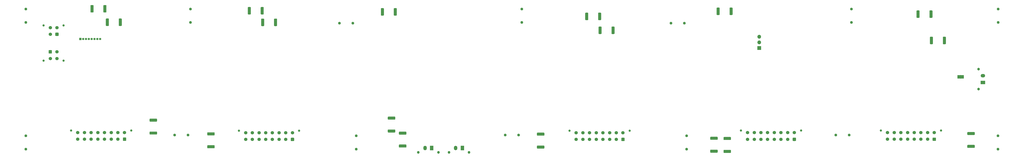
<source format=gbr>
%TF.GenerationSoftware,KiCad,Pcbnew,5.1.9*%
%TF.CreationDate,2021-03-05T10:38:49+01:00*%
%TF.ProjectId,CellsBoard,43656c6c-7342-46f6-9172-642e6b696361,rev?*%
%TF.SameCoordinates,Original*%
%TF.FileFunction,Soldermask,Bot*%
%TF.FilePolarity,Negative*%
%FSLAX46Y46*%
G04 Gerber Fmt 4.6, Leading zero omitted, Abs format (unit mm)*
G04 Created by KiCad (PCBNEW 5.1.9) date 2021-03-05 10:38:49*
%MOMM*%
%LPD*%
G01*
G04 APERTURE LIST*
%ADD10O,1.700000X1.700000*%
%ADD11R,1.700000X1.700000*%
%ADD12C,1.250000*%
%ADD13O,1.500000X2.000000*%
%ADD14R,1.500000X2.000000*%
%ADD15C,1.200000*%
%ADD16O,1.000000X1.000000*%
%ADD17R,1.000000X1.000000*%
%ADD18O,2.000000X1.500000*%
%ADD19R,2.000000X1.500000*%
%ADD20C,1.500000*%
%ADD21C,1.000000*%
%ADD22R,2.850000X1.650000*%
%ADD23C,1.650000*%
G04 APERTURE END LIST*
D10*
X403021800Y-121945400D03*
X403021800Y-124485400D03*
D11*
X403021800Y-127025400D03*
D12*
X443400000Y-166150000D03*
X437400000Y-166150000D03*
X363400000Y-115850000D03*
X369400000Y-115850000D03*
X295000000Y-166150000D03*
X289000000Y-166150000D03*
X214600000Y-115850000D03*
X220600000Y-115850000D03*
X510250000Y-166500000D03*
X510250000Y-172500000D03*
X370450000Y-172500000D03*
X370450000Y-166500000D03*
X222150000Y-166500000D03*
X222150000Y-172500000D03*
X510350000Y-115500000D03*
X510350000Y-109500000D03*
X444450000Y-109500000D03*
X444450000Y-115500000D03*
X296450000Y-115500000D03*
X296450000Y-109500000D03*
X147650000Y-109500000D03*
X147650000Y-115500000D03*
X73750000Y-115500000D03*
X73750000Y-109500000D03*
X146600000Y-166150000D03*
X140600000Y-166150000D03*
X73750000Y-166500000D03*
X73750000Y-172500000D03*
D13*
X253000000Y-172000000D03*
D14*
X256000000Y-172000000D03*
D15*
X250000000Y-173960000D03*
X259000000Y-173960000D03*
D13*
X266750000Y-172000000D03*
D14*
X269750000Y-172000000D03*
D15*
X263750000Y-173960000D03*
X272750000Y-173960000D03*
G36*
G01*
X481025000Y-122214999D02*
X481025000Y-125065001D01*
G75*
G02*
X480775001Y-125315000I-249999J0D01*
G01*
X479924999Y-125315000D01*
G75*
G02*
X479675000Y-125065001I0J249999D01*
G01*
X479675000Y-122214999D01*
G75*
G02*
X479924999Y-121965000I249999J0D01*
G01*
X480775001Y-121965000D01*
G75*
G02*
X481025000Y-122214999I0J-249999D01*
G01*
G37*
G36*
G01*
X486825000Y-122214999D02*
X486825000Y-125065001D01*
G75*
G02*
X486575001Y-125315000I-249999J0D01*
G01*
X485724999Y-125315000D01*
G75*
G02*
X485475000Y-125065001I0J249999D01*
G01*
X485475000Y-122214999D01*
G75*
G02*
X485724999Y-121965000I249999J0D01*
G01*
X486575001Y-121965000D01*
G75*
G02*
X486825000Y-122214999I0J-249999D01*
G01*
G37*
G36*
G01*
X479475000Y-113227001D02*
X479475000Y-110376999D01*
G75*
G02*
X479724999Y-110127000I249999J0D01*
G01*
X480575001Y-110127000D01*
G75*
G02*
X480825000Y-110376999I0J-249999D01*
G01*
X480825000Y-113227001D01*
G75*
G02*
X480575001Y-113477000I-249999J0D01*
G01*
X479724999Y-113477000D01*
G75*
G02*
X479475000Y-113227001I0J249999D01*
G01*
G37*
G36*
G01*
X473675000Y-113227001D02*
X473675000Y-110376999D01*
G75*
G02*
X473924999Y-110127000I249999J0D01*
G01*
X474775001Y-110127000D01*
G75*
G02*
X475025000Y-110376999I0J-249999D01*
G01*
X475025000Y-113227001D01*
G75*
G02*
X474775001Y-113477000I-249999J0D01*
G01*
X473924999Y-113477000D01*
G75*
G02*
X473675000Y-113227001I0J249999D01*
G01*
G37*
G36*
G01*
X389725000Y-111957001D02*
X389725000Y-109106999D01*
G75*
G02*
X389974999Y-108857000I249999J0D01*
G01*
X390825001Y-108857000D01*
G75*
G02*
X391075000Y-109106999I0J-249999D01*
G01*
X391075000Y-111957001D01*
G75*
G02*
X390825001Y-112207000I-249999J0D01*
G01*
X389974999Y-112207000D01*
G75*
G02*
X389725000Y-111957001I0J249999D01*
G01*
G37*
G36*
G01*
X383925000Y-111957001D02*
X383925000Y-109106999D01*
G75*
G02*
X384174999Y-108857000I249999J0D01*
G01*
X385025001Y-108857000D01*
G75*
G02*
X385275000Y-109106999I0J-249999D01*
G01*
X385275000Y-111957001D01*
G75*
G02*
X385025001Y-112207000I-249999J0D01*
G01*
X384174999Y-112207000D01*
G75*
G02*
X383925000Y-111957001I0J249999D01*
G01*
G37*
G36*
G01*
X390112601Y-168391400D02*
X387262599Y-168391400D01*
G75*
G02*
X387012600Y-168141401I0J249999D01*
G01*
X387012600Y-167291399D01*
G75*
G02*
X387262599Y-167041400I249999J0D01*
G01*
X390112601Y-167041400D01*
G75*
G02*
X390362600Y-167291399I0J-249999D01*
G01*
X390362600Y-168141401D01*
G75*
G02*
X390112601Y-168391400I-249999J0D01*
G01*
G37*
G36*
G01*
X390112601Y-174191400D02*
X387262599Y-174191400D01*
G75*
G02*
X387012600Y-173941401I0J249999D01*
G01*
X387012600Y-173091399D01*
G75*
G02*
X387262599Y-172841400I249999J0D01*
G01*
X390112601Y-172841400D01*
G75*
G02*
X390362600Y-173091399I0J-249999D01*
G01*
X390362600Y-173941401D01*
G75*
G02*
X390112601Y-174191400I-249999J0D01*
G01*
G37*
G36*
G01*
X384145401Y-168293400D02*
X381295399Y-168293400D01*
G75*
G02*
X381045400Y-168043401I0J249999D01*
G01*
X381045400Y-167193399D01*
G75*
G02*
X381295399Y-166943400I249999J0D01*
G01*
X384145401Y-166943400D01*
G75*
G02*
X384395400Y-167193399I0J-249999D01*
G01*
X384395400Y-168043401D01*
G75*
G02*
X384145401Y-168293400I-249999J0D01*
G01*
G37*
G36*
G01*
X384145401Y-174093400D02*
X381295399Y-174093400D01*
G75*
G02*
X381045400Y-173843401I0J249999D01*
G01*
X381045400Y-172993399D01*
G75*
G02*
X381295399Y-172743400I249999J0D01*
G01*
X384145401Y-172743400D01*
G75*
G02*
X384395400Y-172993399I0J-249999D01*
G01*
X384395400Y-173843401D01*
G75*
G02*
X384145401Y-174093400I-249999J0D01*
G01*
G37*
G36*
G01*
X306332501Y-166445000D02*
X303482499Y-166445000D01*
G75*
G02*
X303232500Y-166195001I0J249999D01*
G01*
X303232500Y-165344999D01*
G75*
G02*
X303482499Y-165095000I249999J0D01*
G01*
X306332501Y-165095000D01*
G75*
G02*
X306582500Y-165344999I0J-249999D01*
G01*
X306582500Y-166195001D01*
G75*
G02*
X306332501Y-166445000I-249999J0D01*
G01*
G37*
G36*
G01*
X306332501Y-172245000D02*
X303482499Y-172245000D01*
G75*
G02*
X303232500Y-171995001I0J249999D01*
G01*
X303232500Y-171144999D01*
G75*
G02*
X303482499Y-170895000I249999J0D01*
G01*
X306332501Y-170895000D01*
G75*
G02*
X306582500Y-171144999I0J-249999D01*
G01*
X306582500Y-171995001D01*
G75*
G02*
X306332501Y-172245000I-249999J0D01*
G01*
G37*
G36*
G01*
X330721000Y-114243001D02*
X330721000Y-111392999D01*
G75*
G02*
X330970999Y-111143000I249999J0D01*
G01*
X331821001Y-111143000D01*
G75*
G02*
X332071000Y-111392999I0J-249999D01*
G01*
X332071000Y-114243001D01*
G75*
G02*
X331821001Y-114493000I-249999J0D01*
G01*
X330970999Y-114493000D01*
G75*
G02*
X330721000Y-114243001I0J249999D01*
G01*
G37*
G36*
G01*
X324921000Y-114243001D02*
X324921000Y-111392999D01*
G75*
G02*
X325170999Y-111143000I249999J0D01*
G01*
X326021001Y-111143000D01*
G75*
G02*
X326271000Y-111392999I0J-249999D01*
G01*
X326271000Y-114243001D01*
G75*
G02*
X326021001Y-114493000I-249999J0D01*
G01*
X325170999Y-114493000D01*
G75*
G02*
X324921000Y-114243001I0J249999D01*
G01*
G37*
G36*
G01*
X238975000Y-112211001D02*
X238975000Y-109360999D01*
G75*
G02*
X239224999Y-109111000I249999J0D01*
G01*
X240075001Y-109111000D01*
G75*
G02*
X240325000Y-109360999I0J-249999D01*
G01*
X240325000Y-112211001D01*
G75*
G02*
X240075001Y-112461000I-249999J0D01*
G01*
X239224999Y-112461000D01*
G75*
G02*
X238975000Y-112211001I0J249999D01*
G01*
G37*
G36*
G01*
X233175000Y-112211001D02*
X233175000Y-109360999D01*
G75*
G02*
X233424999Y-109111000I249999J0D01*
G01*
X234275001Y-109111000D01*
G75*
G02*
X234525000Y-109360999I0J-249999D01*
G01*
X234525000Y-112211001D01*
G75*
G02*
X234275001Y-112461000I-249999J0D01*
G01*
X233424999Y-112461000D01*
G75*
G02*
X233175000Y-112211001I0J249999D01*
G01*
G37*
G36*
G01*
X236534999Y-163677000D02*
X239385001Y-163677000D01*
G75*
G02*
X239635000Y-163926999I0J-249999D01*
G01*
X239635000Y-164777001D01*
G75*
G02*
X239385001Y-165027000I-249999J0D01*
G01*
X236534999Y-165027000D01*
G75*
G02*
X236285000Y-164777001I0J249999D01*
G01*
X236285000Y-163926999D01*
G75*
G02*
X236534999Y-163677000I249999J0D01*
G01*
G37*
G36*
G01*
X236534999Y-157877000D02*
X239385001Y-157877000D01*
G75*
G02*
X239635000Y-158126999I0J-249999D01*
G01*
X239635000Y-158977001D01*
G75*
G02*
X239385001Y-159227000I-249999J0D01*
G01*
X236534999Y-159227000D01*
G75*
G02*
X236285000Y-158977001I0J249999D01*
G01*
X236285000Y-158126999D01*
G75*
G02*
X236534999Y-157877000I249999J0D01*
G01*
G37*
G36*
G01*
X244385001Y-165977000D02*
X241534999Y-165977000D01*
G75*
G02*
X241285000Y-165727001I0J249999D01*
G01*
X241285000Y-164876999D01*
G75*
G02*
X241534999Y-164627000I249999J0D01*
G01*
X244385001Y-164627000D01*
G75*
G02*
X244635000Y-164876999I0J-249999D01*
G01*
X244635000Y-165727001D01*
G75*
G02*
X244385001Y-165977000I-249999J0D01*
G01*
G37*
G36*
G01*
X244385001Y-171777000D02*
X241534999Y-171777000D01*
G75*
G02*
X241285000Y-171527001I0J249999D01*
G01*
X241285000Y-170676999D01*
G75*
G02*
X241534999Y-170427000I249999J0D01*
G01*
X244385001Y-170427000D01*
G75*
G02*
X244635000Y-170676999I0J-249999D01*
G01*
X244635000Y-171527001D01*
G75*
G02*
X244385001Y-171777000I-249999J0D01*
G01*
G37*
G36*
G01*
X158314001Y-166295000D02*
X155463999Y-166295000D01*
G75*
G02*
X155214000Y-166045001I0J249999D01*
G01*
X155214000Y-165194999D01*
G75*
G02*
X155463999Y-164945000I249999J0D01*
G01*
X158314001Y-164945000D01*
G75*
G02*
X158564000Y-165194999I0J-249999D01*
G01*
X158564000Y-166045001D01*
G75*
G02*
X158314001Y-166295000I-249999J0D01*
G01*
G37*
G36*
G01*
X158314001Y-172095000D02*
X155463999Y-172095000D01*
G75*
G02*
X155214000Y-171845001I0J249999D01*
G01*
X155214000Y-170994999D01*
G75*
G02*
X155463999Y-170745000I249999J0D01*
G01*
X158314001Y-170745000D01*
G75*
G02*
X158564000Y-170994999I0J-249999D01*
G01*
X158564000Y-171845001D01*
G75*
G02*
X158314001Y-172095000I-249999J0D01*
G01*
G37*
G36*
G01*
X180775000Y-114074999D02*
X180775000Y-116925001D01*
G75*
G02*
X180525001Y-117175000I-249999J0D01*
G01*
X179674999Y-117175000D01*
G75*
G02*
X179425000Y-116925001I0J249999D01*
G01*
X179425000Y-114074999D01*
G75*
G02*
X179674999Y-113825000I249999J0D01*
G01*
X180525001Y-113825000D01*
G75*
G02*
X180775000Y-114074999I0J-249999D01*
G01*
G37*
G36*
G01*
X186575000Y-114074999D02*
X186575000Y-116925001D01*
G75*
G02*
X186325001Y-117175000I-249999J0D01*
G01*
X185474999Y-117175000D01*
G75*
G02*
X185225000Y-116925001I0J249999D01*
G01*
X185225000Y-114074999D01*
G75*
G02*
X185474999Y-113825000I249999J0D01*
G01*
X186325001Y-113825000D01*
G75*
G02*
X186575000Y-114074999I0J-249999D01*
G01*
G37*
G36*
G01*
X179225000Y-111699001D02*
X179225000Y-108848999D01*
G75*
G02*
X179474999Y-108599000I249999J0D01*
G01*
X180325001Y-108599000D01*
G75*
G02*
X180575000Y-108848999I0J-249999D01*
G01*
X180575000Y-111699001D01*
G75*
G02*
X180325001Y-111949000I-249999J0D01*
G01*
X179474999Y-111949000D01*
G75*
G02*
X179225000Y-111699001I0J249999D01*
G01*
G37*
G36*
G01*
X173425000Y-111699001D02*
X173425000Y-108848999D01*
G75*
G02*
X173674999Y-108599000I249999J0D01*
G01*
X174525001Y-108599000D01*
G75*
G02*
X174775000Y-108848999I0J-249999D01*
G01*
X174775000Y-111699001D01*
G75*
G02*
X174525001Y-111949000I-249999J0D01*
G01*
X173674999Y-111949000D01*
G75*
G02*
X173425000Y-111699001I0J249999D01*
G01*
G37*
G36*
G01*
X108610000Y-110814001D02*
X108610000Y-107963999D01*
G75*
G02*
X108859999Y-107714000I249999J0D01*
G01*
X109710001Y-107714000D01*
G75*
G02*
X109960000Y-107963999I0J-249999D01*
G01*
X109960000Y-110814001D01*
G75*
G02*
X109710001Y-111064000I-249999J0D01*
G01*
X108859999Y-111064000D01*
G75*
G02*
X108610000Y-110814001I0J249999D01*
G01*
G37*
G36*
G01*
X102810000Y-110814001D02*
X102810000Y-107963999D01*
G75*
G02*
X103059999Y-107714000I249999J0D01*
G01*
X103910001Y-107714000D01*
G75*
G02*
X104160000Y-107963999I0J-249999D01*
G01*
X104160000Y-110814001D01*
G75*
G02*
X103910001Y-111064000I-249999J0D01*
G01*
X103059999Y-111064000D01*
G75*
G02*
X102810000Y-110814001I0J249999D01*
G01*
G37*
G36*
G01*
X111049000Y-114016999D02*
X111049000Y-116867001D01*
G75*
G02*
X110799001Y-117117000I-249999J0D01*
G01*
X109948999Y-117117000D01*
G75*
G02*
X109699000Y-116867001I0J249999D01*
G01*
X109699000Y-114016999D01*
G75*
G02*
X109948999Y-113767000I249999J0D01*
G01*
X110799001Y-113767000D01*
G75*
G02*
X111049000Y-114016999I0J-249999D01*
G01*
G37*
G36*
G01*
X116849000Y-114016999D02*
X116849000Y-116867001D01*
G75*
G02*
X116599001Y-117117000I-249999J0D01*
G01*
X115748999Y-117117000D01*
G75*
G02*
X115499000Y-116867001I0J249999D01*
G01*
X115499000Y-114016999D01*
G75*
G02*
X115748999Y-113767000I249999J0D01*
G01*
X116599001Y-113767000D01*
G75*
G02*
X116849000Y-114016999I0J-249999D01*
G01*
G37*
G36*
G01*
X129577999Y-164591000D02*
X132428001Y-164591000D01*
G75*
G02*
X132678000Y-164840999I0J-249999D01*
G01*
X132678000Y-165691001D01*
G75*
G02*
X132428001Y-165941000I-249999J0D01*
G01*
X129577999Y-165941000D01*
G75*
G02*
X129328000Y-165691001I0J249999D01*
G01*
X129328000Y-164840999D01*
G75*
G02*
X129577999Y-164591000I249999J0D01*
G01*
G37*
G36*
G01*
X129577999Y-158791000D02*
X132428001Y-158791000D01*
G75*
G02*
X132678000Y-159040999I0J-249999D01*
G01*
X132678000Y-159891001D01*
G75*
G02*
X132428001Y-160141000I-249999J0D01*
G01*
X129577999Y-160141000D01*
G75*
G02*
X129328000Y-159891001I0J249999D01*
G01*
X129328000Y-159040999D01*
G75*
G02*
X129577999Y-158791000I249999J0D01*
G01*
G37*
D16*
X107140000Y-123000000D03*
X105870000Y-123000000D03*
X104600000Y-123000000D03*
X103330000Y-123000000D03*
X102060000Y-123000000D03*
X100790000Y-123000000D03*
X99520000Y-123000000D03*
D17*
X98250000Y-123000000D03*
G36*
G01*
X332271000Y-117642999D02*
X332271000Y-120493001D01*
G75*
G02*
X332021001Y-120743000I-249999J0D01*
G01*
X331170999Y-120743000D01*
G75*
G02*
X330921000Y-120493001I0J249999D01*
G01*
X330921000Y-117642999D01*
G75*
G02*
X331170999Y-117393000I249999J0D01*
G01*
X332021001Y-117393000D01*
G75*
G02*
X332271000Y-117642999I0J-249999D01*
G01*
G37*
G36*
G01*
X338071000Y-117642999D02*
X338071000Y-120493001D01*
G75*
G02*
X337821001Y-120743000I-249999J0D01*
G01*
X336970999Y-120743000D01*
G75*
G02*
X336721000Y-120493001I0J249999D01*
G01*
X336721000Y-117642999D01*
G75*
G02*
X336970999Y-117393000I249999J0D01*
G01*
X337821001Y-117393000D01*
G75*
G02*
X338071000Y-117642999I0J-249999D01*
G01*
G37*
G36*
G01*
X499563001Y-166146000D02*
X496712999Y-166146000D01*
G75*
G02*
X496463000Y-165896001I0J249999D01*
G01*
X496463000Y-165045999D01*
G75*
G02*
X496712999Y-164796000I249999J0D01*
G01*
X499563001Y-164796000D01*
G75*
G02*
X499813000Y-165045999I0J-249999D01*
G01*
X499813000Y-165896001D01*
G75*
G02*
X499563001Y-166146000I-249999J0D01*
G01*
G37*
G36*
G01*
X499563001Y-171946000D02*
X496712999Y-171946000D01*
G75*
G02*
X496463000Y-171696001I0J249999D01*
G01*
X496463000Y-170845999D01*
G75*
G02*
X496712999Y-170596000I249999J0D01*
G01*
X499563001Y-170596000D01*
G75*
G02*
X499813000Y-170845999I0J-249999D01*
G01*
X499813000Y-171696001D01*
G75*
G02*
X499563001Y-171946000I-249999J0D01*
G01*
G37*
D18*
X503500000Y-139500000D03*
D19*
X503500000Y-142500000D03*
D15*
X501540000Y-136500000D03*
X501540000Y-145500000D03*
D20*
X87750000Y-131750000D03*
X84750000Y-131750000D03*
X87750000Y-128750000D03*
G36*
G01*
X84000000Y-129250000D02*
X84000000Y-128250000D01*
G75*
G02*
X84250000Y-128000000I250000J0D01*
G01*
X85250000Y-128000000D01*
G75*
G02*
X85500000Y-128250000I0J-250000D01*
G01*
X85500000Y-129250000D01*
G75*
G02*
X85250000Y-129500000I-250000J0D01*
G01*
X84250000Y-129500000D01*
G75*
G02*
X84000000Y-129250000I0J250000D01*
G01*
G37*
D21*
X90750000Y-132690000D03*
X81750000Y-132690000D03*
D20*
X84750000Y-117853000D03*
X87750000Y-117853000D03*
X84750000Y-120853000D03*
G36*
G01*
X88500000Y-120353000D02*
X88500000Y-121353000D01*
G75*
G02*
X88250000Y-121603000I-250000J0D01*
G01*
X87250000Y-121603000D01*
G75*
G02*
X87000000Y-121353000I0J250000D01*
G01*
X87000000Y-120353000D01*
G75*
G02*
X87250000Y-120103000I250000J0D01*
G01*
X88250000Y-120103000D01*
G75*
G02*
X88500000Y-120353000I0J-250000D01*
G01*
G37*
D21*
X81750000Y-116913000D03*
X90750000Y-116913000D03*
D22*
X493500000Y-140000000D03*
D23*
X493500000Y-140000000D03*
D20*
X397807800Y-165075400D03*
X400807800Y-165075400D03*
X403807800Y-165075400D03*
X406807800Y-165075400D03*
X409807800Y-165075400D03*
X412807800Y-165075400D03*
X415807800Y-165075400D03*
X418807800Y-165075400D03*
X397807800Y-168075400D03*
X400807800Y-168075400D03*
X403807800Y-168075400D03*
X406807800Y-168075400D03*
X409807800Y-168075400D03*
X412807800Y-168075400D03*
X415807800Y-168075400D03*
G36*
G01*
X419557800Y-167575400D02*
X419557800Y-168575400D01*
G75*
G02*
X419307800Y-168825400I-250000J0D01*
G01*
X418307800Y-168825400D01*
G75*
G02*
X418057800Y-168575400I0J250000D01*
G01*
X418057800Y-167575400D01*
G75*
G02*
X418307800Y-167325400I250000J0D01*
G01*
X419307800Y-167325400D01*
G75*
G02*
X419557800Y-167575400I0J-250000D01*
G01*
G37*
D21*
X394807800Y-164135400D03*
X421807800Y-164135400D03*
X196476000Y-164189000D03*
X169476000Y-164189000D03*
G36*
G01*
X194226000Y-167629000D02*
X194226000Y-168629000D01*
G75*
G02*
X193976000Y-168879000I-250000J0D01*
G01*
X192976000Y-168879000D01*
G75*
G02*
X192726000Y-168629000I0J250000D01*
G01*
X192726000Y-167629000D01*
G75*
G02*
X192976000Y-167379000I250000J0D01*
G01*
X193976000Y-167379000D01*
G75*
G02*
X194226000Y-167629000I0J-250000D01*
G01*
G37*
D20*
X190476000Y-168129000D03*
X187476000Y-168129000D03*
X184476000Y-168129000D03*
X181476000Y-168129000D03*
X178476000Y-168129000D03*
X175476000Y-168129000D03*
X172476000Y-168129000D03*
X193476000Y-165129000D03*
X190476000Y-165129000D03*
X187476000Y-165129000D03*
X184476000Y-165129000D03*
X181476000Y-165129000D03*
X178476000Y-165129000D03*
X175476000Y-165129000D03*
X172476000Y-165129000D03*
X97100000Y-165040999D03*
X100100000Y-165040999D03*
X103100000Y-165040999D03*
X106100000Y-165040999D03*
X109100000Y-165040999D03*
X112100000Y-165040999D03*
X115100000Y-165040999D03*
X118100000Y-165040999D03*
X97100000Y-168040999D03*
X100100000Y-168040999D03*
X103100000Y-168040999D03*
X106100000Y-168040999D03*
X109100000Y-168040999D03*
X112100000Y-168040999D03*
X115100000Y-168040999D03*
G36*
G01*
X118850000Y-167540999D02*
X118850000Y-168540999D01*
G75*
G02*
X118600000Y-168790999I-250000J0D01*
G01*
X117600000Y-168790999D01*
G75*
G02*
X117350000Y-168540999I0J250000D01*
G01*
X117350000Y-167540999D01*
G75*
G02*
X117600000Y-167290999I250000J0D01*
G01*
X118600000Y-167290999D01*
G75*
G02*
X118850000Y-167540999I0J-250000D01*
G01*
G37*
D21*
X94100000Y-164100999D03*
X121100000Y-164100999D03*
X484639000Y-164110000D03*
X457639000Y-164110000D03*
G36*
G01*
X482389000Y-167550000D02*
X482389000Y-168550000D01*
G75*
G02*
X482139000Y-168800000I-250000J0D01*
G01*
X481139000Y-168800000D01*
G75*
G02*
X480889000Y-168550000I0J250000D01*
G01*
X480889000Y-167550000D01*
G75*
G02*
X481139000Y-167300000I250000J0D01*
G01*
X482139000Y-167300000D01*
G75*
G02*
X482389000Y-167550000I0J-250000D01*
G01*
G37*
D20*
X478639000Y-168050000D03*
X475639000Y-168050000D03*
X472639000Y-168050000D03*
X469639000Y-168050000D03*
X466639000Y-168050000D03*
X463639000Y-168050000D03*
X460639000Y-168050000D03*
X481639000Y-165050000D03*
X478639000Y-165050000D03*
X475639000Y-165050000D03*
X472639000Y-165050000D03*
X469639000Y-165050000D03*
X466639000Y-165050000D03*
X463639000Y-165050000D03*
X460639000Y-165050000D03*
D21*
X344874000Y-164189000D03*
X317874000Y-164189000D03*
G36*
G01*
X342624000Y-167629000D02*
X342624000Y-168629000D01*
G75*
G02*
X342374000Y-168879000I-250000J0D01*
G01*
X341374000Y-168879000D01*
G75*
G02*
X341124000Y-168629000I0J250000D01*
G01*
X341124000Y-167629000D01*
G75*
G02*
X341374000Y-167379000I250000J0D01*
G01*
X342374000Y-167379000D01*
G75*
G02*
X342624000Y-167629000I0J-250000D01*
G01*
G37*
D20*
X338874000Y-168129000D03*
X335874000Y-168129000D03*
X332874000Y-168129000D03*
X329874000Y-168129000D03*
X326874000Y-168129000D03*
X323874000Y-168129000D03*
X320874000Y-168129000D03*
X341874000Y-165129000D03*
X338874000Y-165129000D03*
X335874000Y-165129000D03*
X332874000Y-165129000D03*
X329874000Y-165129000D03*
X326874000Y-165129000D03*
X323874000Y-165129000D03*
X320874000Y-165129000D03*
M02*

</source>
